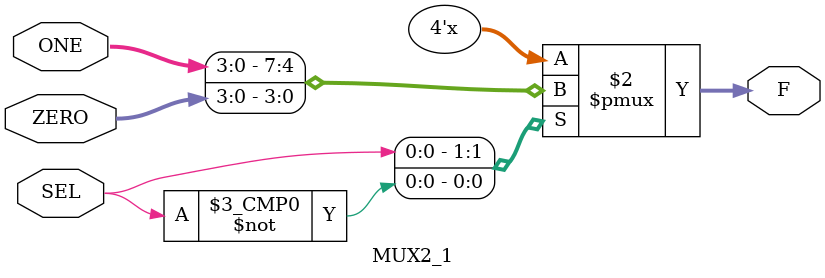
<source format=sv>
`timescale 1ns / 1ps


module MUX2_1 #(parameter WIDTH = 4)(
    input [WIDTH - 1:0] ZERO,
    input [WIDTH - 1:0] ONE,
    input SEL,
    output logic [WIDTH - 1:0] F
    );
    
    always_comb
    begin
        case(SEL)
        1'b1 : F = ONE;
        1'b0 : F = ZERO;
        endcase
    end
endmodule
</source>
